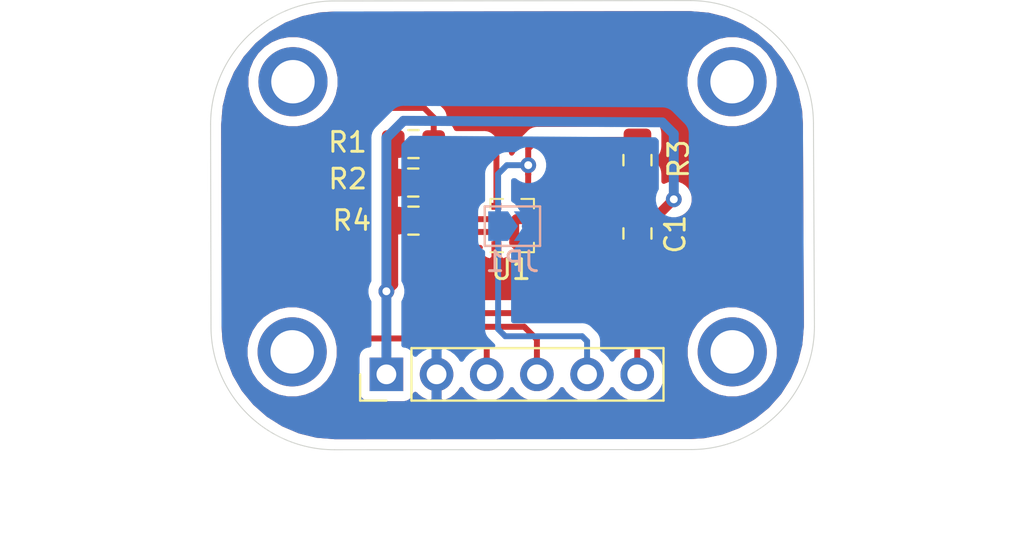
<source format=kicad_pcb>
(kicad_pcb (version 20211014) (generator pcbnew)
  (title_block (title "DPS310 Croquette") (date "2020-02-09") (rev "1.0v") (company "Electronic Cats") (comment 1 "Edgar Capuchino") (comment 2 "Eduardo Contreras"))
  (layers (0 "F.Cu" signal) (31 "B.Cu" signal) (34 "B.Paste" user) (35 "F.Paste" user) (36 "B.SilkS" user "B.Silkscreen") (37 "F.SilkS" user "F.Silkscreen") (38 "B.Mask" user) (39 "F.Mask" user) (44 "Edge.Cuts" user))
  (net 0 "")
  (net 1 "GND")
  (net 2 "VCC")
  (net 3 "/SCL_SCK")
  (net 4 "/SDI_SDA")
  (net 5 "/SDO_ADR")
  (net 6 "/CS")
  (footprint "Resistor_SMD:R_0805_2012Metric_Pad1.15x1.40mm_HandSolder" (layer "F.Cu") (at 120.76 81.63)
    (fp_text reference "R1" (at -3.34 -0.09) (layer "F.SilkS"))
    (fp_text value "10K")
    (fp_line (start -0.261252 0.71) (end 0.261252 0.71) (layer "F.SilkS") (width 0.12))
    (fp_line (start -0.261252 -0.71) (end 0.261252 -0.71) (layer "F.SilkS") (width 0.12))
    (pad "1" smd roundrect locked (at -1.025 0) (size 1.15 1.4) (layers "F.Cu" "F.Paste" "F.Mask") (roundrect_rratio 0.217391) (net 2 "VCC"))
    (pad "2" smd roundrect locked (at 1.025 0) (size 1.15 1.4) (layers "F.Cu" "F.Paste" "F.Mask") (roundrect_rratio 0.217391) (net 3 "/SCL_SCK"))
  )
  (footprint "Resistor_SMD:R_0805_2012Metric_Pad1.15x1.40mm_HandSolder" (layer "F.Cu") (at 120.75 83.58)
    (fp_text reference "R2" (at -3.315 -0.18) (layer "F.SilkS"))
    (fp_text value "10K")
    (fp_line (start -0.261252 0.71) (end 0.261252 0.71) (layer "F.SilkS") (width 0.12))
    (fp_line (start -0.261252 -0.71) (end 0.261252 -0.71) (layer "F.SilkS") (width 0.12))
    (pad "1" smd roundrect locked (at -1.025 0) (size 1.15 1.4) (layers "F.Cu" "F.Paste" "F.Mask") (roundrect_rratio 0.217391) (net 2 "VCC"))
    (pad "2" smd roundrect locked (at 1.025 0) (size 1.15 1.4) (layers "F.Cu" "F.Paste" "F.Mask") (roundrect_rratio 0.217391) (net 4 "/SDI_SDA"))
  )
  (footprint "Resistor_SMD:R_0805_2012Metric_Pad1.15x1.40mm_HandSolder" (layer "F.Cu") (at 132.1 82.445 90)
    (fp_text reference "R3" (at 0.06 2.08 90) (layer "F.SilkS"))
    (fp_text value "100K")
    (fp_line (start -0.261252 -0.71) (end 0.261252 -0.71) (layer "F.SilkS") (width 0.12))
    (fp_line (start -0.261252 0.71) (end 0.261252 0.71) (layer "F.SilkS") (width 0.12))
    (pad "1" smd roundrect locked (at -1.025 0 90) (size 1.15 1.4) (layers "F.Cu" "F.Paste" "F.Mask") (roundrect_rratio 0.217391) (net 2 "VCC"))
    (pad "2" smd roundrect locked (at 1.025 0 90) (size 1.15 1.4) (layers "F.Cu" "F.Paste" "F.Mask") (roundrect_rratio 0.217391) (net 5 "/SDO_ADR"))
  )
  (footprint "Package_LGA:Bosch_LGA-8_2x2.5mm_P0.65mm_ClockwisePinNumbering" (layer "F.Cu") (at 125.76 85.76 90)
    (fp_text reference "U1" (at -2.23 -0.06 180) (layer "F.SilkS"))
    (fp_text value "DPS310")
    (fp_line (start -1.35 1.1) (end -0.87 1.1) (layer "F.SilkS") (width 0.1))
    (fp_line (start -1.35 -0.46) (end -1.35 -1.1) (layer "F.SilkS") (width 0.1))
    (fp_line (start 1.35 1.1) (end 1.35 0.46) (layer "F.SilkS") (width 0.1))
    (fp_line (start 0.87 1.1) (end 1.35 1.1) (layer "F.SilkS") (width 0.1))
    (fp_line (start -1.35 1.1) (end -1.35 0.46) (layer "F.SilkS") (width 0.1))
    (fp_line (start 1.35 -0.46) (end 1.35 -1.1) (layer "F.SilkS") (width 0.1))
    (fp_line (start 0.87 -1.1) (end 1.35 -1.1) (layer "F.SilkS") (width 0.1))
    (pad "1" smd rect locked (at -0.975 -0.8 180) (size 0.5 0.35) (layers "F.Cu" "F.Paste" "F.Mask") (net 1 "GND"))
    (pad "2" smd rect locked (at -0.325 -0.8 180) (size 0.5 0.35) (layers "F.Cu" "F.Paste" "F.Mask") (net 6 "/CS"))
    (pad "3" smd rect locked (at 0.325 -0.8 180) (size 0.5 0.35) (layers "F.Cu" "F.Paste" "F.Mask") (net 4 "/SDI_SDA"))
    (pad "4" smd rect locked (at 0.975 -0.8 180) (size 0.5 0.35) (layers "F.Cu" "F.Paste" "F.Mask") (net 3 "/SCL_SCK"))
    (pad "5" smd rect locked (at 0.975 0.8 180) (size 0.5 0.35) (layers "F.Cu" "F.Paste" "F.Mask") (net 5 "/SDO_ADR"))
    (pad "6" smd rect locked (at 0.325 0.8 180) (size 0.5 0.35) (layers "F.Cu" "F.Paste" "F.Mask") (net 2 "VCC"))
    (pad "7" smd rect locked (at -0.325 0.8 180) (size 0.5 0.35) (layers "F.Cu" "F.Paste" "F.Mask") (net 1 "GND"))
    (pad "8" smd rect locked (at -0.975 0.8 180) (size 0.5 0.35) (layers "F.Cu" "F.Paste" "F.Mask") (net 2 "VCC"))
  )
  (footprint "Connector_PinHeader_2.54mm:PinHeader_1x06_P2.54mm_Vertical" (layer "F.Cu") (at 119.39 93.3 90)
    (fp_text reference "J1")
    (fp_text value "Screw_Terminal_01x06")
    (fp_line (start -1.33 0) (end -1.33 -1.33) (layer "F.SilkS") (width 0.12))
    (fp_line (start -1.33 14.03) (end 1.33 14.03) (layer "F.SilkS") (width 0.12))
    (fp_line (start 1.33 1.27) (end 1.33 14.03) (layer "F.SilkS") (width 0.12))
    (fp_line (start -1.33 1.27) (end 1.33 1.27) (layer "F.SilkS") (width 0.12))
    (fp_line (start -1.33 -1.33) (end 0 -1.33) (layer "F.SilkS") (width 0.12))
    (fp_line (start -1.33 1.27) (end -1.33 14.03) (layer "F.SilkS") (width 0.12))
    (pad "1" thru_hole rect locked (at 0 0 90) (size 1.7 1.7) (drill 1) (layers *.Cu *.Mask) (net 2 "VCC"))
    (pad "2" thru_hole oval locked (at 0 2.54 90) (size 1.7 1.7) (drill 1) (layers *.Cu *.Mask) (net 1 "GND"))
    (pad "3" thru_hole oval locked (at 0 5.08 90) (size 1.7 1.7) (drill 1) (layers *.Cu *.Mask) (net 3 "/SCL_SCK"))
    (pad "4" thru_hole oval locked (at 0 7.62 90) (size 1.7 1.7) (drill 1) (layers *.Cu *.Mask) (net 4 "/SDI_SDA"))
    (pad "5" thru_hole oval locked (at 0 10.16 90) (size 1.7 1.7) (drill 1) (layers *.Cu *.Mask) (net 5 "/SDO_ADR"))
    (pad "6" thru_hole oval locked (at 0 12.7 90) (size 1.7 1.7) (drill 1) (layers *.Cu *.Mask) (net 6 "/CS"))
  )
  (footprint "Capacitor_SMD:C_0805_2012Metric_Pad1.15x1.40mm_HandSolder" (layer "F.Cu") (at 120.76 85.51)
    (fp_text reference "R4" (at -3.12 -0.01) (layer "F.SilkS"))
    (fp_text value "10K")
    (fp_line (start -0.261252 0.71) (end 0.261252 0.71) (layer "F.SilkS") (width 0.12))
    (fp_line (start -0.261252 -0.71) (end 0.261252 -0.71) (layer "F.SilkS") (width 0.12))
    (pad "1" smd roundrect locked (at -1.025 0) (size 1.15 1.4) (layers "F.Cu" "F.Paste" "F.Mask") (roundrect_rratio 0.217391) (net 2 "VCC"))
    (pad "2" smd roundrect locked (at 1.025 0) (size 1.15 1.4) (layers "F.Cu" "F.Paste" "F.Mask") (roundrect_rratio 0.217391) (net 6 "/CS"))
  )
  (footprint "MountingHole:MountingHole_2.2mm_M2_ISO7380_Pad" (layer "F.Cu") (at 136.9 92.16)
    (fp_text reference "REF**")
    (fp_text value "MountingHole_2.2mm_M2_ISO7380_Pad")
    (pad "1" thru_hole circle locked (at 0 0) (size 3.5 3.5) (drill 2.2) (layers *.Cu *.Mask))
  )
  (footprint "MountingHole:MountingHole_2.2mm_M2_ISO7380_Pad" (layer "F.Cu") (at 114.62 92.16)
    (fp_text reference "REF**")
    (fp_text value "MountingHole_2.2mm_M2_ISO7380_Pad")
    (pad "1" thru_hole circle locked (at 0 0) (size 3.5 3.5) (drill 2.2) (layers *.Cu *.Mask))
  )
  (footprint "MountingHole:MountingHole_2.2mm_M2_ISO7380_Pad" (layer "F.Cu") (at 114.66 78.47)
    (fp_text reference "REF**")
    (fp_text value "MountingHole_2.2mm_M2_ISO7380_Pad")
    (pad "1" thru_hole circle locked (at 0 0) (size 3.5 3.5) (drill 2.2) (layers *.Cu *.Mask))
  )
  (footprint "MountingHole:MountingHole_2.2mm_M2_ISO7380_Pad" (layer "F.Cu") (at 136.89 78.47)
    (fp_text reference "REF**")
    (fp_text value "MountingHole_2.2mm_M2_ISO7380_Pad")
    (pad "1" thru_hole circle locked (at 0 0) (size 3.5 3.5) (drill 2.2) (layers *.Cu *.Mask))
  )
  (footprint "Capacitor_SMD:C_0805_2012Metric_Pad1.15x1.40mm_HandSolder" (layer "F.Cu") (at 132.1 86.16 -90)
    (fp_text reference "C1" (at 0.04 -1.91 90) (layer "F.SilkS"))
    (fp_text value "0.1uF")
    (fp_line (start -0.261252 -0.71) (end 0.261252 -0.71) (layer "F.SilkS") (width 0.12))
    (fp_line (start -0.261252 0.71) (end 0.261252 0.71) (layer "F.SilkS") (width 0.12))
    (pad "1" smd roundrect locked (at -1.025 0 270) (size 1.15 1.4) (layers "F.Cu" "F.Paste" "F.Mask") (roundrect_rratio 0.217391) (net 2 "VCC"))
    (pad "2" smd roundrect locked (at 1.025 0 270) (size 1.15 1.4) (layers "F.Cu" "F.Paste" "F.Mask") (roundrect_rratio 0.217391) (net 1 "GND"))
  )
  (footprint "Jumper:SolderJumper-2_P1.3mm_Open_TrianglePad1.0x1.5mm" (layer "B.Cu") (at 125.77 85.79)
    (fp_text reference "JP1" (at 0 1.8) (layer "B.SilkS") (effects (justify mirror)))
    (fp_text value "Jumper")
    (fp_line (start 1.4 1) (end 1.4 -1) (layer "B.SilkS") (width 0.12))
    (fp_line (start -1.4 1) (end 1.4 1) (layer "B.SilkS") (width 0.12))
    (fp_line (start -1.4 -1) (end -1.4 1) (layer "B.SilkS") (width 0.12))
    (fp_line (start 1.4 -1) (end -1.4 -1) (layer "B.SilkS") (width 0.12))
    (pad "1" smd custom locked (at -0.725 0) (size 0.3 0.3) (layers "B.Cu" "B.Mask") (net 5 "/SDO_ADR") (options (clearance outline) (anchor rect)) (primitives (gr_poly (pts (xy 1 0) (xy 0.5 0.75) (xy -0.5 0.75) (xy -0.5 -0.75) (xy 0.5 -0.75)) (width 0) (fill yes))))
    (pad "2" smd custom locked (at 0.725 0) (size 0.3 0.3) (layers "B.Cu" "B.Mask") (net 1 "GND") (options (clearance outline) (anchor rect)) (primitives (gr_poly (pts (xy 0.5 0.75) (xy -0.65 0.75) (xy -0.15 0) (xy -0.65 -0.75) (xy 0.5 -0.75)) (width 0) (fill yes))))
  )
  (gr_arc (start 141.06 90.89) (mid 139.226172 95.283398) (end 134.830037 97.110655) (layer "Edge.Cuts") (width 0.05))
  (gr_arc (start 116.76 97.120006) (mid 112.337043 95.285885) (end 110.51 90.86) (layer "Edge.Cuts") (width 0.05))
  (gr_line (start 134.79 74.36) (end 116.75 74.38) (layer "Edge.Cuts") (width 0.05))
  (gr_line (start 141.010655 80.589963) (end 141.06 90.89) (layer "Edge.Cuts") (width 0.05))
  (gr_line (start 116.76 97.120006) (end 134.830037 97.110655) (layer "Edge.Cuts") (width 0.05))
  (gr_line (start 110.51 90.86) (end 110.489994 80.63) (layer "Edge.Cuts") (width 0.05))
  (gr_arc (start 134.79 74.36) (mid 139.183398 76.193828) (end 141.010655 80.589963) (layer "Edge.Cuts") (width 0.05))
  (gr_arc (start 110.489994 80.63) (mid 112.324115 76.207043) (end 116.75 74.38) (layer "Edge.Cuts") (width 0.05))
  (segment (start 127.11 86.085) (end 127.125 86.07) (width 0.3) (layer "F.Cu") (net 1))
  (segment (start 126.56 86.085) (end 127.11 86.085) (width 0.3) (layer "F.Cu") (net 1))
  (segment (start 124.96 86.735) (end 124.96 87.41) (width 0.5) (layer "F.Cu") (net 1))
  (segment (start 127.125 86.07) (end 127.53 86.07) (width 0.3) (layer "F.Cu") (net 1))
  (segment (start 127.64 86.18) (end 129.07 86.16) (width 0.5) (layer "F.Cu") (net 1))
  (segment (start 124.96 87.41) (end 125.05 87.5) (width 0.5) (layer "F.Cu") (net 1))
  (segment (start 127.53 86.07) (end 127.64 86.18) (width 0.5) (layer "F.Cu") (net 1))
  (segment (start 126.885 86.18) (end 126.495 85.79) (width 0.5) (layer "B.Cu") (net 1))
  (segment (start 127.64 86.18) (end 126.885 86.18) (width 0.5) (layer "B.Cu") (net 1))
  (segment (start 132.1 83.47) (end 132.1 85.135) (width 0.5) (layer "F.Cu") (net 2))
  (segment (start 119.725 85.5) (end 119.735 85.51) (width 0.5) (layer "F.Cu") (net 2))
  (segment (start 125.974998 86.735) (end 125.859999 86.620001) (width 0.5) (layer "F.Cu") (net 2))
  (segment (start 119.735 85.51) (end 119.735 88.745) (width 0.5) (layer "F.Cu") (net 2))
  (segment (start 127.445002 85.135) (end 127.145002 85.435) (width 0.5) (layer "F.Cu") (net 2))
  (segment (start 125.859999 86.620001) (end 125.859999 85.549999) (width 0.5) (layer "F.Cu") (net 2))
  (segment (start 119.685338 85.559662) (end 119.685338 85.708977) (width 0.5) (layer "F.Cu") (net 2))
  (segment (start 119.735 88.745) (end 119.39 89.09) (width 0.5) (layer "F.Cu") (net 2))
  (segment (start 119.725 83.58) (end 119.725 85.5) (width 0.5) (layer "F.Cu") (net 2))
  (segment (start 119.735 85.51) (end 119.685338 85.559662) (width 0.5) (layer "F.Cu") (net 2))
  (segment (start 119.735 81.63) (end 119.735 83.57) (width 0.5) (layer "F.Cu") (net 2))
  (segment (start 119.735 83.57) (end 119.725 83.58) (width 0.5) (layer "F.Cu") (net 2))
  (segment (start 127.145002 85.435) (end 126.56 85.435) (width 0.5) (layer "F.Cu") (net 2))
  (segment (start 126.56 86.735) (end 125.974998 86.735) (width 0.5) (layer "F.Cu") (net 2))
  (segment (start 132.1 85.135) (end 127.445002 85.135) (width 0.5) (layer "F.Cu") (net 2))
  (segment (start 125.859999 85.549999) (end 125.974998 85.435) (width 0.5) (layer "F.Cu") (net 2))
  (segment (start 133.235 85.135) (end 133.94 84.43) (width 0.5) (layer "F.Cu") (net 2))
  (segment (start 125.974998 85.435) (end 126.56 85.435) (width 0.5) (layer "F.Cu") (net 2))
  (segment (start 132.1 85.135) (end 133.235 85.135) (width 0.5) (layer "F.Cu") (net 2))
  (via (at 119.39 89.09) (size 0.8) (drill 0.4) (layers "F.Cu" "B.Cu") (net 2))
  (via (at 133.94 84.43) (size 0.8) (drill 0.4) (layers "F.Cu" "B.Cu") (net 2))
  (segment (start 120.26 80.45) (end 133.35 80.53) (width 0.5) (layer "B.Cu") (net 2))
  (segment (start 133.35 80.53) (end 133.94 81.12) (width 0.5) (layer "B.Cu") (net 2))
  (segment (start 119.39 93.3) (end 119.39 89.09) (width 0.5) (layer "B.Cu") (net 2))
  (segment (start 119.39 81.32) (end 120.26 80.45) (width 0.5) (layer "B.Cu") (net 2))
  (segment (start 119.39 89.09) (end 119.39 81.32) (width 0.5) (layer "B.Cu") (net 2))
  (segment (start 133.94 81.12) (end 133.94 84.43) (width 0.5) (layer "B.Cu") (net 2))
  (segment (start 118.2 91.48) (end 117.82 91.1) (width 0.3) (layer "F.Cu") (net 3))
  (segment (start 117.747212 80.212788) (end 118.16 79.8) (width 0.3) (layer "F.Cu") (net 3))
  (segment (start 121.785 80.285) (end 121.785 81.63) (width 0.3) (layer "F.Cu") (net 3))
  (segment (start 124.47 91.84) (end 124.11 91.48) (width 0.3) (layer "F.Cu") (net 3))
  (segment (start 118.16 79.8) (end 121.3 79.8) (width 0.3) (layer "F.Cu") (net 3))
  (segment (start 121.3 79.8) (end 121.785 80.285) (width 0.3) (layer "F.Cu") (net 3))
  (segment (start 124.47 93.3) (end 124.47 91.84) (width 0.3) (layer "F.Cu") (net 3))
  (segment (start 124.34 81.63) (end 121.785 81.63) (width 0.3) (layer "F.Cu") (net 3))
  (segment (start 117.82 88.61) (end 117.747212 82.597212) (width 0.3) (layer "F.Cu") (net 3))
  (segment (start 124.96 84.785) (end 124.96 82.25) (width 0.3) (layer "F.Cu") (net 3))
  (segment (start 124.96 82.25) (end 124.34 81.63) (width 0.3) (layer "F.Cu") (net 3))
  (segment (start 124.11 91.48) (end 118.2 91.48) (width 0.3) (layer "F.Cu") (net 3))
  (segment (start 117.82 91.1) (end 117.82 88.61) (width 0.3) (layer "F.Cu") (net 3))
  (segment (start 117.747212 82.597212) (end 117.747212 80.212788) (width 0.3) (layer "F.Cu") (net 3))
  (segment (start 121.44 90.89) (end 120.73 90.18) (width 0.3) (layer "F.Cu") (net 4))
  (segment (start 127.01 93.3) (end 127.01 91.53) (width 0.3) (layer "F.Cu") (net 4))
  (segment (start 120.7 84.08) (end 120.73 90.18) (width 0.3) (layer "F.Cu") (net 4))
  (segment (start 121.2 83.58) (end 120.7 84.08) (width 0.3) (layer "F.Cu") (net 4))
  (segment (start 123.905 85.435) (end 123.57 85.1) (width 0.3) (layer "F.Cu") (net 4))
  (segment (start 127.01 91.53) (end 126.37 90.89) (width 0.3) (layer "F.Cu") (net 4))
  (segment (start 124.96 85.435) (end 123.905 85.435) (width 0.3) (layer "F.Cu") (net 4))
  (segment (start 126.37 90.89) (end 121.44 90.89) (width 0.3) (layer "F.Cu") (net 4))
  (segment (start 121.775 83.58) (end 121.2 83.58) (width 0.3) (layer "F.Cu") (net 4))
  (segment (start 123.2 83.58) (end 121.775 83.58) (width 0.3) (layer "F.Cu") (net 4))
  (segment (start 123.57 85.1) (end 123.57 83.95) (width 0.3) (layer "F.Cu") (net 4))
  (segment (start 123.57 83.95) (end 123.2 83.58) (width 0.3) (layer "F.Cu") (net 4))
  (segment (start 126.56 84.785) (end 126.57 83.17) (width 0.3) (layer "F.Cu") (net 5))
  (segment (start 126.57 83.17) (end 126.56 82.71) (width 0.3) (layer "F.Cu") (net 5))
  (segment (start 126.56 82.71) (end 126.57 82.7) (width 0.3) (layer "F.Cu") (net 5))
  (segment (start 126.57 81.87) (end 126.57 83.17) (width 0.3) (layer "F.Cu") (net 5))
  (segment (start 127.02 81.42) (end 126.57 81.87) (width 0.3) (layer "F.Cu") (net 5))
  (segment (start 132.1 81.42) (end 127.02 81.42) (width 0.3) (layer "F.Cu") (net 5))
  (via (at 126.57 82.7) (size 0.8) (drill 0.4) (layers "F.Cu" "B.Cu") (net 5))
  (segment (start 129.55 93.3) (end 129.55 91.62) (width 0.3) (layer "B.Cu") (net 5))
  (segment (start 125.045 83.145) (end 125.49 82.7) (width 0.3) (layer "B.Cu") (net 5))
  (segment (start 125.41 91.37) (end 125.045 91.005) (width 0.3) (layer "B.Cu") (net 5))
  (segment (start 125.045 91.005) (end 125.045 85.79) (width 0.3) (layer "B.Cu") (net 5))
  (segment (start 129.3 91.37) (end 125.41 91.37) (width 0.3) (layer "B.Cu") (net 5))
  (segment (start 125.045 85.79) (end 125.045 83.145) (width 0.3) (layer "B.Cu") (net 5))
  (segment (start 125.49 82.7) (end 126.57 82.7) (width 0.3) (layer "B.Cu") (net 5))
  (segment (start 129.55 91.62) (end 129.3 91.37) (width 0.3) (layer "B.Cu") (net 5))
  (segment (start 122.13 90.2) (end 121.77 89.84) (width 0.3) (layer "F.Cu") (net 6))
  (segment (start 121.77 89.84) (end 121.785 88.975) (width 0.3) (layer "F.Cu") (net 6))
  (segment (start 124.96 86.085) (end 123.445 86.085) (width 0.3) (layer "F.Cu") (net 6))
  (segment (start 131.44 90.19) (end 122.13 90.2) (width 0.3) (layer "F.Cu") (net 6))
  (segment (start 132.09 90.84) (end 131.44 90.19) (width 0.3) (layer "F.Cu") (net 6))
  (segment (start 123.445 86.085) (end 122.87 85.51) (width 0.3) (layer "F.Cu") (net 6))
  (segment (start 121.785 88.975) (end 121.785 85.51) (width 0.3) (layer "F.Cu") (net 6))
  (segment (start 132.09 93.3) (end 132.09 90.84) (width 0.3) (layer "F.Cu") (net 6))
  (segment (start 122.87 85.51) (end 121.785 85.51) (width 0.3) (layer "F.Cu") (net 6))
  (zone (net 1) (net_name "GND") (layer "F.Cu") (connect_pads (clearance 0.508)) (min_thickness 0.254) (fill yes (thermal_gap 0.508) (thermal_bridge_width 0.508))
    (polygon (pts (xy 110.44 74.33) (xy 141.03 74.36) (xy 141.06 97.12) (xy 110.48 97.15)))
  )
  (zone (net 1) (net_name "GND") (layer "B.Cu") (connect_pads (clearance 0.508)) (min_thickness 0.254) (fill yes (thermal_gap 0.508) (thermal_bridge_width 0.508))
    (polygon (pts (xy 141.03 74.36) (xy 141.035014 85.756253) (xy 141.06 97.12) (xy 127.944489 97.115711) (xy 110.48 97.15) (xy 110.48 97.11) (xy 110.44 74.35) (xy 110.48 74.350039) (xy 110.48 74.33) (xy 115.06 74.33)))
  )
)
</source>
